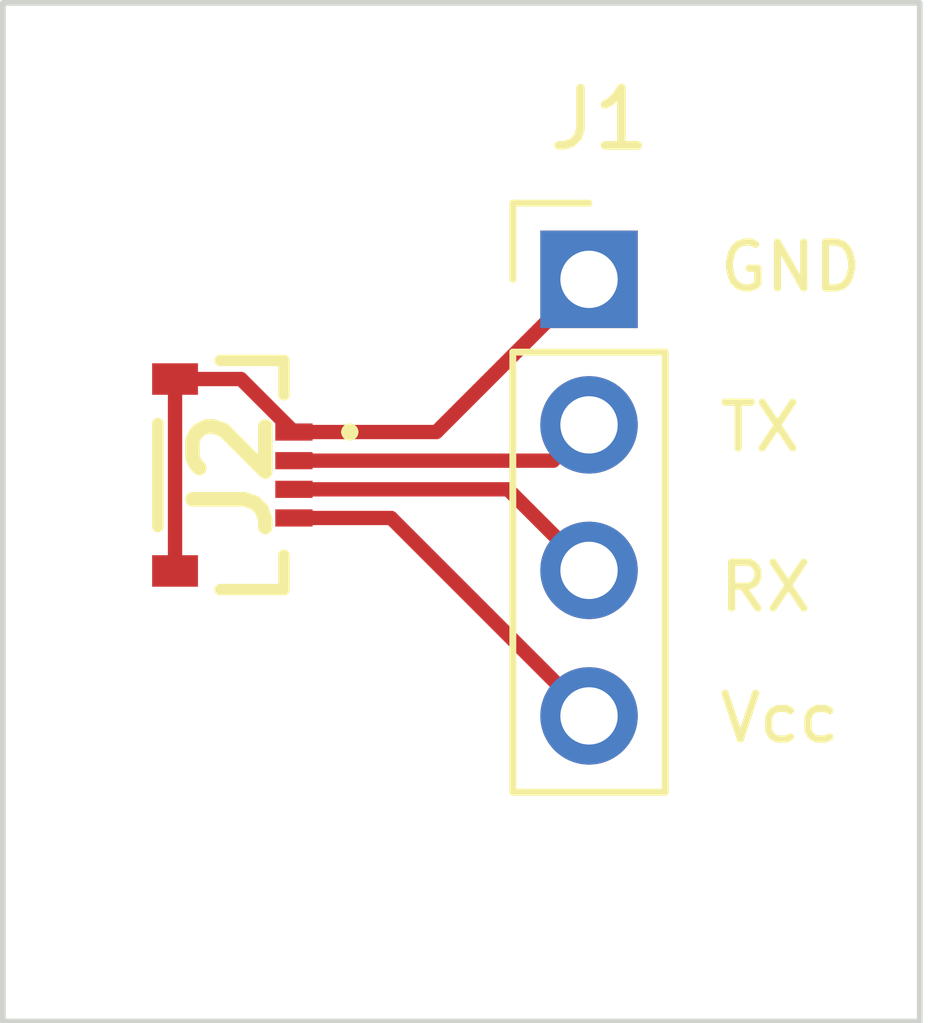
<source format=kicad_pcb>
(kicad_pcb (version 20221018) (generator pcbnew)
  (layers (0 "F.Cu" signal) (31 "B.Cu" signal) (34 "B.Paste" user) (35 "F.Paste" user) (36 "B.SilkS" user "B.Silkscreen") (37 "F.SilkS" user "F.Silkscreen") (38 "B.Mask" user) (39 "F.Mask" user) (44 "Edge.Cuts" user))
  (net 0 "")
  (net 1 "Net-(J1-Pin_1)")
  (net 2 "Net-(J1-Pin_2)")
  (net 3 "Net-(J1-Pin_3)")
  (net 4 "Net-(J1-Pin_4)")
  (footprint "Connector_PinHeader_2.54mm:PinHeader_1x04_P2.54mm_Vertical" (layer "F.Cu") (at 96.59 81.026)
    (fp_text reference "J1" (at 0.184 -2.794) (layer "F.SilkS"))
    (fp_text value "Conn_01x04_Pin")
    (fp_line (start -1.33 -1.33) (end 0 -1.33) (stroke (width 0.12)) (layer "F.SilkS"))
    (fp_line (start -1.33 0) (end -1.33 -1.33) (stroke (width 0.12)) (layer "F.SilkS"))
    (fp_line (start -1.33 1.27) (end -1.33 8.95) (stroke (width 0.12)) (layer "F.SilkS"))
    (fp_line (start -1.33 1.27) (end 1.33 1.27) (stroke (width 0.12)) (layer "F.SilkS"))
    (fp_line (start -1.33 8.95) (end 1.33 8.95) (stroke (width 0.12)) (layer "F.SilkS"))
    (fp_line (start 1.33 1.27) (end 1.33 8.95) (stroke (width 0.12)) (layer "F.SilkS"))
    (pad "1" thru_hole rect (at 0 0) (size 1.7 1.7) (drill 1) (layers "*.Cu" "*.Mask") (net 1 "Net-(J1-Pin_1)"))
    (pad "2" thru_hole oval (at 0 2.54) (size 1.7 1.7) (drill 1) (layers "*.Cu" "*.Mask") (net 2 "Net-(J1-Pin_2)"))
    (pad "3" thru_hole oval (at 0 5.08) (size 1.7 1.7) (drill 1) (layers "*.Cu" "*.Mask") (net 3 "Net-(J1-Pin_3)"))
    (pad "4" thru_hole oval (at 0 7.62) (size 1.7 1.7) (drill 1) (layers "*.Cu" "*.Mask") (net 4 "Net-(J1-Pin_4)"))
  )
  (footprint "Spectrometer_Breakout_Board:FH33J4S05SH10" (layer "F.Cu") (at 90.165 84.441 -90)
    (fp_text reference "J2" (at 0 -0.2 90) (layer "F.SilkS") (effects (font (size 1.27 1.27) (thickness 0.254))))
    (fp_text value "FH33J-4S-0.5SH_10_" hide)
    (fp_line (start -2 -1.1) (end -2 0.013) (stroke (width 0.2)) (layer "F.SilkS"))
    (fp_line (start -1.4 -1.1) (end -2 -1.1) (stroke (width 0.2)) (layer "F.SilkS"))
    (fp_line (start -0.9 1.1) (end 0.9 1.1) (stroke (width 0.2)) (layer "F.SilkS"))
    (fp_line (start -0.75 -2.3) (end -0.75 -2.3) (stroke (width 0.2)) (layer "F.SilkS"))
    (fp_line (start -0.75 -2.3) (end -0.75 -2.2) (stroke (width 0.2)) (layer "F.SilkS"))
    (fp_line (start -0.75 -2.2) (end -0.75 -2.2) (stroke (width 0.2)) (layer "F.SilkS"))
    (fp_line (start 1.4 -1.1) (end 2 -1.1) (stroke (width 0.2)) (layer "F.SilkS"))
    (fp_line (start 2 -1.1) (end 2 0.013) (stroke (width 0.2)) (layer "F.SilkS"))
    (fp_arc (start -0.75 -2.3) (mid -0.7 -2.25) (end -0.75 -2.2) (stroke (width 0.2)) (layer "F.SilkS"))
    (fp_arc (start -0.75 -2.2) (mid -0.8 -2.25) (end -0.75 -2.3) (stroke (width 0.2)) (layer "F.SilkS"))
    (pad "1" smd rect (at -0.75 -1.275 270) (size 0.3 0.65) (layers "F.Cu" "F.Paste" "F.Mask") (net 1 "Net-(J1-Pin_1)"))
    (pad "2" smd rect (at -0.25 -1.275 270) (size 0.3 0.65) (layers "F.Cu" "F.Paste" "F.Mask") (net 2 "Net-(J1-Pin_2)"))
    (pad "3" smd rect (at 0.25 -1.275 270) (size 0.3 0.65) (layers "F.Cu" "F.Paste" "F.Mask") (net 3 "Net-(J1-Pin_3)"))
    (pad "4" smd rect (at 0.75 -1.275 270) (size 0.3 0.65) (layers "F.Cu" "F.Paste" "F.Mask") (net 4 "Net-(J1-Pin_4)"))
    (pad "MP1" smd rect (at -1.675 0.8 270) (size 0.55 0.8) (layers "F.Cu" "F.Paste" "F.Mask") (net 1 "Net-(J1-Pin_1)"))
    (pad "MP2" smd rect (at 1.675 0.8 270) (size 0.55 0.8) (layers "F.Cu" "F.Paste" "F.Mask") (net 1 "Net-(J1-Pin_1)"))
  )
  (gr_rect (start 86.36 76.2) (end 102.362 93.98) (stroke (width 0.1)) (fill none) (layer "Edge.Cuts"))
  (gr_text "TX" (at 98.806 84.074) (layer "F.SilkS") (effects (font (size 0.8 0.8) (thickness 0.125)) (justify left bottom)))
  (gr_text "RX" (at 98.806 86.868) (layer "F.SilkS") (effects (font (size 0.8 0.8) (thickness 0.125)) (justify left bottom)))
  (gr_text "Vcc" (at 98.806 89.154) (layer "F.SilkS") (effects (font (size 0.8 0.8) (thickness 0.125)) (justify left bottom)))
  (gr_text "GND" (at 98.806 81.28) (layer "F.SilkS") (effects (font (size 0.8 0.8) (thickness 0.125)) (justify left bottom)))
  (segment (start 89.365 86.116) (end 89.365 82.766) (width 0.25) (layer "F.Cu") (net 1))
  (segment (start 89.365 82.766) (end 90.515 82.766) (width 0.25) (layer "F.Cu") (net 1))
  (segment (start 90.515 82.766) (end 91.44 83.691) (width 0.25) (layer "F.Cu") (net 1))
  (segment (start 93.925 83.691) (end 96.59 81.026) (width 0.25) (layer "F.Cu") (net 1))
  (segment (start 91.44 83.691) (end 93.925 83.691) (width 0.25) (layer "F.Cu") (net 1))
  (segment (start 96.59 83.566) (end 95.965 84.191) (width 0.25) (layer "F.Cu") (net 2))
  (segment (start 95.965 84.191) (end 91.44 84.191) (width 0.25) (layer "F.Cu") (net 2))
  (segment (start 95.175 84.691) (end 96.59 86.106) (width 0.25) (layer "F.Cu") (net 3))
  (segment (start 91.44 84.691) (end 95.175 84.691) (width 0.25) (layer "F.Cu") (net 3))
  (segment (start 91.44 85.191) (end 93.135 85.191) (width 0.25) (layer "F.Cu") (net 4))
  (segment (start 93.135 85.191) (end 96.59 88.646) (width 0.25) (layer "F.Cu") (net 4))
)
</source>
